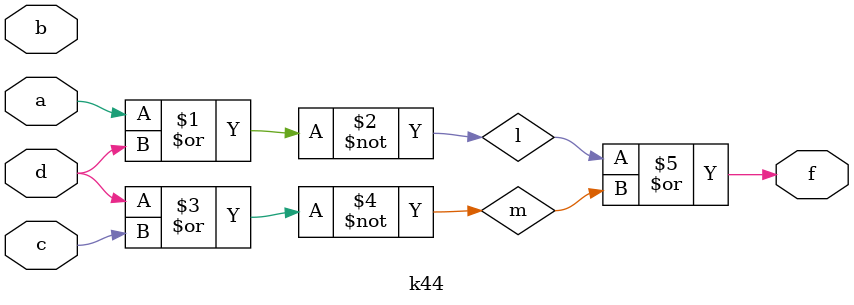
<source format=v>
module k44(a,b,c,d,f);
	input a,b,c,d;
	output f;
	
	nor(l,a,d);
	nor(m,d,c);
	nor(n,l,m);
	nor(f,n,n);
	
	//left = (a ~| (d ~| d))
	//right = (c ~| (d ~| d))
	//left nor right = ((a ~| (d ~| d)) ~| (c ~| (d ~| d)))
	
	// assign f = (((a ~| (d ~| d)) ~| (c ~| (d ~| d))) ~| ((a ~| (d ~| d)) ~| (c ~| (d ~| d))));
	
	//Correct answer 
	//assign f = ((~a & d) | (~c & d));
	
endmodule
</source>
